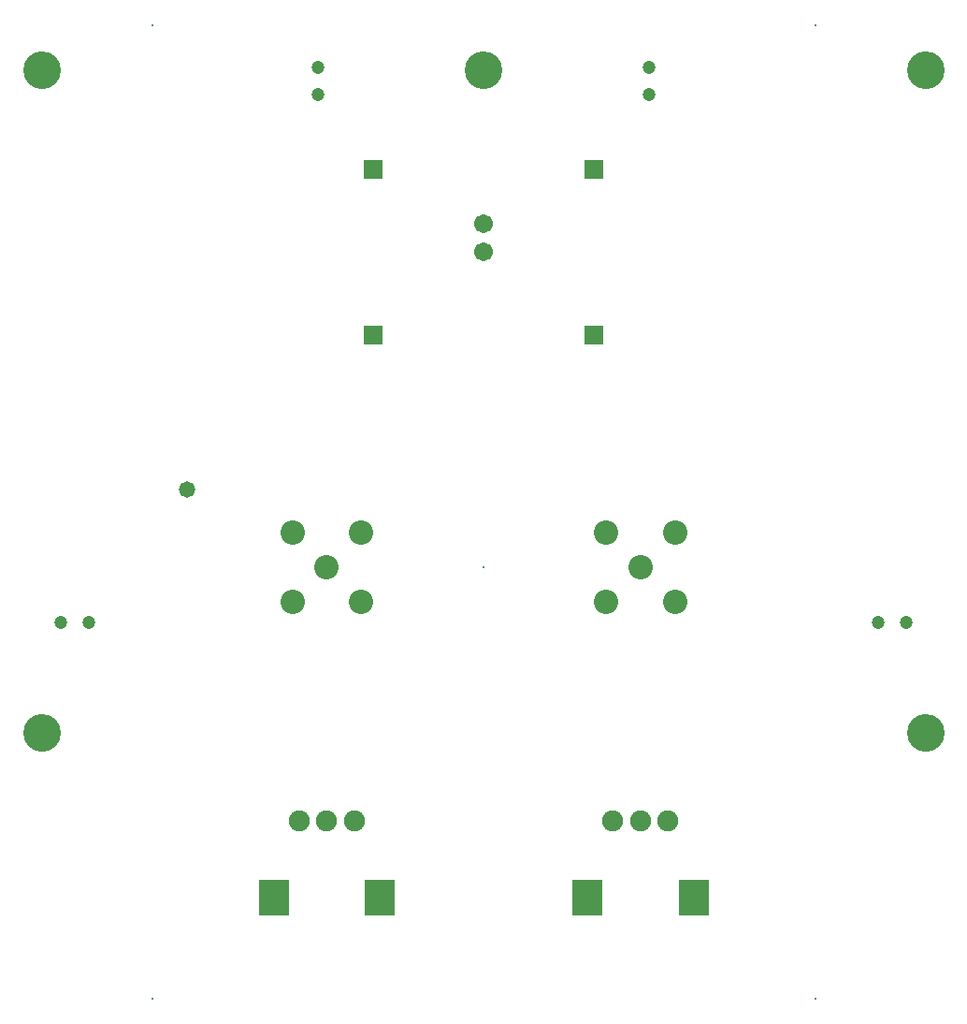
<source format=gbs>
G04 Layer_Color=16711935*
%FSLAX44Y44*%
%MOMM*%
G71*
G01*
G75*
%ADD47R,1.7032X1.7032*%
%ADD48C,1.7032*%
%ADD49C,1.2032*%
%ADD50R,2.8032X3.2032*%
%ADD51C,1.9032*%
%ADD53C,2.2032*%
%ADD54C,0.2032*%
%ADD56C,3.4032*%
%ADD57C,1.4732*%
D47*
X900000Y1310000D02*
D03*
X1100000D02*
D03*
X900000Y1160000D02*
D03*
X1100000D02*
D03*
D48*
X1000000Y1260600D02*
D03*
Y1235200D02*
D03*
D49*
X850000Y1377500D02*
D03*
Y1402500D02*
D03*
X617500Y900000D02*
D03*
X642500D02*
D03*
X1382500D02*
D03*
X1357500D02*
D03*
X1150000Y1377500D02*
D03*
Y1402500D02*
D03*
D50*
X906000Y651001D02*
D03*
X810000D02*
D03*
X1190000D02*
D03*
X1094000D02*
D03*
D51*
X858000Y721001D02*
D03*
X833000D02*
D03*
X883000D02*
D03*
X1142000D02*
D03*
X1117000D02*
D03*
X1167000D02*
D03*
D53*
X889250Y981250D02*
D03*
Y918750D02*
D03*
X826750Y981250D02*
D03*
Y918750D02*
D03*
X858000Y950000D02*
D03*
X1173250Y981250D02*
D03*
Y918750D02*
D03*
X1110750Y981250D02*
D03*
Y918750D02*
D03*
X1142000Y950000D02*
D03*
D54*
X700000Y1440000D02*
D03*
X1300000D02*
D03*
X700000Y560000D02*
D03*
X1300000D02*
D03*
X1000000Y950000D02*
D03*
D56*
Y1400000D02*
D03*
X600000Y800000D02*
D03*
X1400000D02*
D03*
Y1400000D02*
D03*
X600000D02*
D03*
D57*
X731050Y1020000D02*
D03*
M02*

</source>
